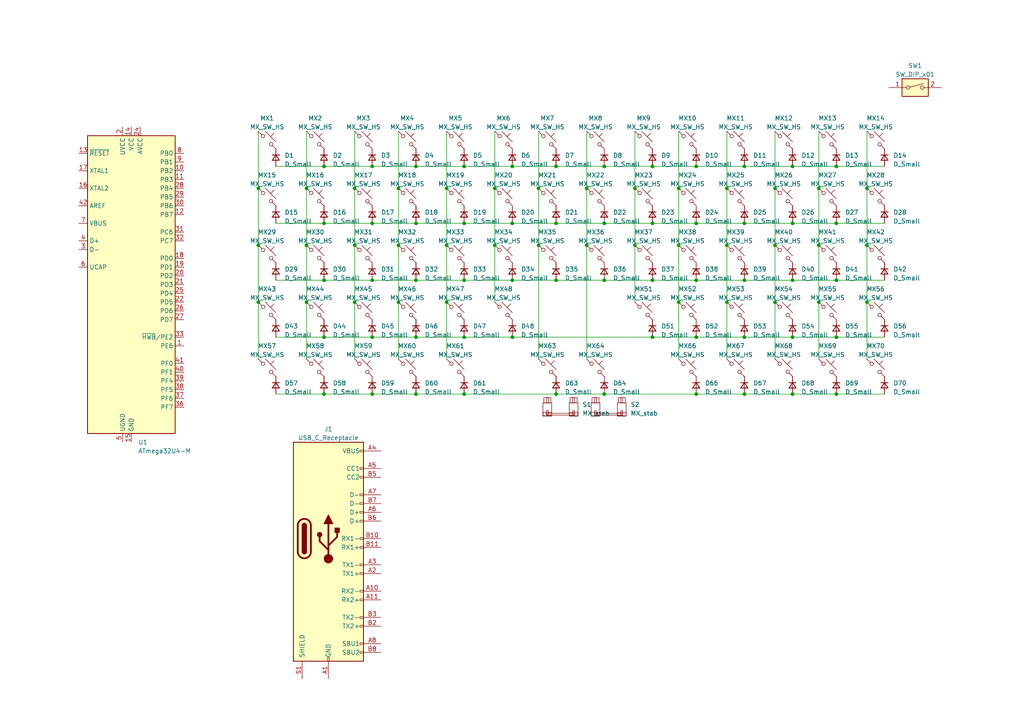
<source format=kicad_sch>
(kicad_sch (version 20230121) (generator eeschema)
  (paper "A4")
  (junction (at 120.65 64.77))
  (junction (at 129.54 54.61))
  (junction (at 201.93 97.79))
  (junction (at 148.59 97.79))
  (junction (at 224.79 54.61))
  (junction (at 237.49 54.61))
  (junction (at 224.79 87.63))
  (junction (at 201.93 64.77))
  (junction (at 120.65 97.79))
  (junction (at 148.59 64.77))
  (junction (at 120.65 81.28))
  (junction (at 107.95 48.26))
  (junction (at 129.54 71.12))
  (junction (at 134.62 114.3))
  (junction (at 134.62 64.77))
  (junction (at 189.23 48.26))
  (junction (at 134.62 81.28))
  (junction (at 148.59 48.26))
  (junction (at 107.95 64.77))
  (junction (at 120.65 114.3))
  (junction (at 107.95 114.3))
  (junction (at 120.65 48.26))
  (junction (at 237.49 87.63))
  (junction (at 107.95 97.79))
  (junction (at 215.9 81.28))
  (junction (at 115.57 87.63))
  (junction (at 189.23 97.79))
  (junction (at 229.87 97.79))
  (junction (at 88.9 71.12))
  (junction (at 229.87 81.28))
  (junction (at 88.9 87.63))
  (junction (at 196.85 87.63))
  (junction (at 210.82 87.63))
  (junction (at 134.62 48.26))
  (junction (at 242.57 64.77))
  (junction (at 102.87 71.12))
  (junction (at 115.57 54.61))
  (junction (at 170.18 71.12))
  (junction (at 215.9 97.79))
  (junction (at 242.57 97.79))
  (junction (at 184.15 71.12))
  (junction (at 196.85 54.61))
  (junction (at 189.23 81.28))
  (junction (at 74.93 54.61))
  (junction (at 224.79 71.12))
  (junction (at 201.93 81.28))
  (junction (at 201.93 114.3))
  (junction (at 93.98 48.26))
  (junction (at 156.21 71.12))
  (junction (at 93.98 64.77))
  (junction (at 215.9 64.77))
  (junction (at 129.54 87.63))
  (junction (at 148.59 81.28))
  (junction (at 175.26 64.77))
  (junction (at 229.87 64.77))
  (junction (at 143.51 71.12))
  (junction (at 161.29 48.26))
  (junction (at 93.98 81.28))
  (junction (at 215.9 48.26))
  (junction (at 175.26 81.28))
  (junction (at 237.49 71.12))
  (junction (at 93.98 97.79))
  (junction (at 215.9 114.3))
  (junction (at 74.93 87.63))
  (junction (at 251.46 87.63))
  (junction (at 229.87 114.3))
  (junction (at 196.85 71.12))
  (junction (at 161.29 64.77))
  (junction (at 170.18 54.61))
  (junction (at 201.93 48.26))
  (junction (at 134.62 97.79))
  (junction (at 229.87 48.26))
  (junction (at 251.46 54.61))
  (junction (at 210.82 54.61))
  (junction (at 242.57 48.26))
  (junction (at 161.29 81.28))
  (junction (at 115.57 71.12))
  (junction (at 184.15 54.61))
  (junction (at 107.95 81.28))
  (junction (at 74.93 71.12))
  (junction (at 93.98 114.3))
  (junction (at 88.9 54.61))
  (junction (at 175.26 48.26))
  (junction (at 102.87 54.61))
  (junction (at 210.82 71.12))
  (junction (at 102.87 87.63))
  (junction (at 251.46 71.12))
  (junction (at 175.26 114.3))
  (junction (at 161.29 114.3))
  (junction (at 143.51 54.61))
  (junction (at 189.23 64.77))
  (junction (at 156.21 54.61))
  (junction (at 242.57 114.3))
  (junction (at 242.57 81.28))
  (wire (pts (xy 224.79 71.12) (xy 224.79 87.63)))
  (wire (pts (xy 134.62 97.79) (xy 148.59 97.79)))
  (wire (pts (xy 107.95 64.77) (xy 120.65 64.77)))
  (wire (pts (xy 102.87 38.1) (xy 102.87 54.61)))
  (wire (pts (xy 210.82 87.63) (xy 210.82 104.14)))
  (wire (pts (xy 102.87 54.61) (xy 102.87 71.12)))
  (wire (pts (xy 93.98 114.3) (xy 107.95 114.3)))
  (wire (pts (xy 242.57 48.26) (xy 256.54 48.26)))
  (wire (pts (xy 210.82 71.12) (xy 210.82 87.63)))
  (wire (pts (xy 120.65 81.28) (xy 134.62 81.28)))
  (wire (pts (xy 80.01 48.26) (xy 93.98 48.26)))
  (wire (pts (xy 148.59 97.79) (xy 189.23 97.79)))
  (wire (pts (xy 115.57 38.1) (xy 115.57 54.61)))
  (wire (pts (xy 120.65 64.77) (xy 134.62 64.77)))
  (wire (pts (xy 134.62 48.26) (xy 148.59 48.26)))
  (wire (pts (xy 229.87 64.77) (xy 242.57 64.77)))
  (wire (pts (xy 251.46 54.61) (xy 251.46 71.12)))
  (wire (pts (xy 170.18 71.12) (xy 170.18 104.14)))
  (wire (pts (xy 189.23 97.79) (xy 201.93 97.79)))
  (wire (pts (xy 251.46 87.63) (xy 251.46 104.14)))
  (wire (pts (xy 242.57 81.28) (xy 256.54 81.28)))
  (wire (pts (xy 80.01 81.28) (xy 93.98 81.28)))
  (wire (pts (xy 102.87 71.12) (xy 102.87 87.63)))
  (wire (pts (xy 161.29 48.26) (xy 175.26 48.26)))
  (wire (pts (xy 196.85 38.1) (xy 196.85 54.61)))
  (wire (pts (xy 107.95 81.28) (xy 120.65 81.28)))
  (wire (pts (xy 251.46 38.1) (xy 251.46 54.61)))
  (wire (pts (xy 129.54 38.1) (xy 129.54 54.61)))
  (wire (pts (xy 215.9 114.3) (xy 229.87 114.3)))
  (wire (pts (xy 184.15 54.61) (xy 184.15 71.12)))
  (wire (pts (xy 74.93 38.1) (xy 74.93 54.61)))
  (wire (pts (xy 229.87 114.3) (xy 242.57 114.3)))
  (wire (pts (xy 143.51 54.61) (xy 143.51 71.12)))
  (wire (pts (xy 196.85 54.61) (xy 196.85 71.12)))
  (wire (pts (xy 237.49 54.61) (xy 237.49 71.12)))
  (wire (pts (xy 88.9 87.63) (xy 88.9 104.14)))
  (wire (pts (xy 210.82 54.61) (xy 210.82 71.12)))
  (wire (pts (xy 129.54 87.63) (xy 129.54 104.14)))
  (wire (pts (xy 80.01 64.77) (xy 93.98 64.77)))
  (wire (pts (xy 175.26 114.3) (xy 201.93 114.3)))
  (wire (pts (xy 201.93 114.3) (xy 215.9 114.3)))
  (wire (pts (xy 189.23 81.28) (xy 201.93 81.28)))
  (wire (pts (xy 74.93 71.12) (xy 74.93 87.63)))
  (wire (pts (xy 175.26 81.28) (xy 189.23 81.28)))
  (wire (pts (xy 134.62 81.28) (xy 148.59 81.28)))
  (wire (pts (xy 196.85 87.63) (xy 196.85 104.14)))
  (wire (pts (xy 143.51 38.1) (xy 143.51 54.61)))
  (wire (pts (xy 170.18 38.1) (xy 170.18 54.61)))
  (wire (pts (xy 115.57 54.61) (xy 115.57 71.12)))
  (wire (pts (xy 189.23 64.77) (xy 201.93 64.77)))
  (wire (pts (xy 88.9 38.1) (xy 88.9 54.61)))
  (wire (pts (xy 93.98 48.26) (xy 107.95 48.26)))
  (wire (pts (xy 229.87 81.28) (xy 242.57 81.28)))
  (wire (pts (xy 184.15 71.12) (xy 184.15 87.63)))
  (wire (pts (xy 201.93 48.26) (xy 215.9 48.26)))
  (wire (pts (xy 107.95 114.3) (xy 120.65 114.3)))
  (wire (pts (xy 129.54 71.12) (xy 129.54 87.63)))
  (wire (pts (xy 143.51 71.12) (xy 143.51 87.63)))
  (wire (pts (xy 134.62 64.77) (xy 148.59 64.77)))
  (wire (pts (xy 80.01 97.79) (xy 93.98 97.79)))
  (wire (pts (xy 237.49 87.63) (xy 237.49 104.14)))
  (wire (pts (xy 156.21 71.12) (xy 156.21 104.14)))
  (wire (pts (xy 156.21 38.1) (xy 156.21 54.61)))
  (wire (pts (xy 115.57 71.12) (xy 115.57 87.63)))
  (wire (pts (xy 215.9 81.28) (xy 229.87 81.28)))
  (wire (pts (xy 215.9 97.79) (xy 229.87 97.79)))
  (wire (pts (xy 148.59 64.77) (xy 161.29 64.77)))
  (wire (pts (xy 215.9 64.77) (xy 229.87 64.77)))
  (wire (pts (xy 120.65 97.79) (xy 134.62 97.79)))
  (wire (pts (xy 229.87 48.26) (xy 242.57 48.26)))
  (wire (pts (xy 107.95 97.79) (xy 120.65 97.79)))
  (wire (pts (xy 88.9 71.12) (xy 88.9 87.63)))
  (wire (pts (xy 210.82 38.1) (xy 210.82 54.61)))
  (wire (pts (xy 161.29 64.77) (xy 175.26 64.77)))
  (wire (pts (xy 201.93 81.28) (xy 215.9 81.28)))
  (wire (pts (xy 224.79 38.1) (xy 224.79 54.61)))
  (wire (pts (xy 120.65 114.3) (xy 134.62 114.3)))
  (wire (pts (xy 102.87 87.63) (xy 102.87 104.14)))
  (wire (pts (xy 161.29 114.3) (xy 175.26 114.3)))
  (wire (pts (xy 80.01 114.3) (xy 93.98 114.3)))
  (wire (pts (xy 242.57 64.77) (xy 256.54 64.77)))
  (wire (pts (xy 251.46 71.12) (xy 251.46 87.63)))
  (wire (pts (xy 93.98 64.77) (xy 107.95 64.77)))
  (wire (pts (xy 224.79 54.61) (xy 224.79 71.12)))
  (wire (pts (xy 74.93 54.61) (xy 74.93 71.12)))
  (wire (pts (xy 129.54 54.61) (xy 129.54 71.12)))
  (wire (pts (xy 201.93 97.79) (xy 215.9 97.79)))
  (wire (pts (xy 242.57 114.3) (xy 256.54 114.3)))
  (wire (pts (xy 134.62 114.3) (xy 161.29 114.3)))
  (wire (pts (xy 170.18 54.61) (xy 170.18 71.12)))
  (wire (pts (xy 115.57 87.63) (xy 115.57 104.14)))
  (wire (pts (xy 93.98 81.28) (xy 107.95 81.28)))
  (wire (pts (xy 148.59 48.26) (xy 161.29 48.26)))
  (wire (pts (xy 196.85 71.12) (xy 196.85 87.63)))
  (wire (pts (xy 161.29 81.28) (xy 175.26 81.28)))
  (wire (pts (xy 224.79 87.63) (xy 224.79 104.14)))
  (wire (pts (xy 107.95 48.26) (xy 120.65 48.26)))
  (wire (pts (xy 156.21 54.61) (xy 156.21 71.12)))
  (wire (pts (xy 189.23 48.26) (xy 201.93 48.26)))
  (wire (pts (xy 93.98 97.79) (xy 107.95 97.79)))
  (wire (pts (xy 184.15 38.1) (xy 184.15 54.61)))
  (wire (pts (xy 201.93 64.77) (xy 215.9 64.77)))
  (wire (pts (xy 175.26 64.77) (xy 189.23 64.77)))
  (wire (pts (xy 237.49 38.1) (xy 237.49 54.61)))
  (wire (pts (xy 120.65 48.26) (xy 134.62 48.26)))
  (wire (pts (xy 148.59 81.28) (xy 161.29 81.28)))
  (wire (pts (xy 175.26 48.26) (xy 189.23 48.26)))
  (wire (pts (xy 74.93 87.63) (xy 74.93 104.14)))
  (wire (pts (xy 242.57 97.79) (xy 256.54 97.79)))
  (wire (pts (xy 88.9 54.61) (xy 88.9 71.12)))
  (wire (pts (xy 215.9 48.26) (xy 229.87 48.26)))
  (wire (pts (xy 237.49 71.12) (xy 237.49 87.63)))
  (wire (pts (xy 229.87 97.79) (xy 242.57 97.79)))
  (symbol (lib_id "marbastlib-mx:MX_SW_HS") (at 132.08 57.15 0) (unit 1)
    (property "Reference" "MX19" (at 132.08 50.8 0))
    (property "Value" "MX_SW_HS" (at 132.08 53.34 0))
    (property "Footprint" "marbastlib-mx:SW_MX_HS_1u" (effects hide))
  )
  (symbol (lib_id "marbastlib-mx:MX_SW_HS") (at 158.75 57.15 0) (unit 1)
    (property "Reference" "MX21" (at 158.75 50.8 0))
    (property "Value" "MX_SW_HS" (at 158.75 53.34 0))
    (property "Footprint" "marbastlib-mx:SW_MX_HS_1.5u" (effects hide))
  )
  (symbol (lib_id "Device:D_Small") (at 107.95 78.74 270) (unit 1)
    (property "Reference" "D31" (at 110.49 78.105 90) (effects (justify left)))
    (property "Value" "D_Small" (at 110.49 80.645 90) (effects (justify left)))
    (property "Footprint" "Diode_SMD:D_SOD-123" (effects hide))
    (property "Sim.Device" "D" (effects hide))
    (property "Sim.Pins" "1=K 2=A" (effects hide))
  )
  (symbol (lib_id "marbastlib-mx:MX_SW_HS") (at 77.47 73.66 0) (unit 1)
    (property "Reference" "MX29" (at 77.47 67.31 0))
    (property "Value" "MX_SW_HS" (at 77.47 69.85 0))
    (property "Footprint" "marbastlib-mx:SW_MX_HS_1.5u" (effects hide))
  )
  (symbol (lib_id "marbastlib-mx:MX_SW_HS") (at 91.44 90.17 0) (unit 1)
    (property "Reference" "MX44" (at 91.44 83.82 0))
    (property "Value" "MX_SW_HS" (at 91.44 86.36 0))
    (property "Footprint" "marbastlib-mx:SW_MX_HS_1u" (effects hide))
  )
  (symbol (lib_id "marbastlib-mx:MX_SW_HS") (at 213.36 73.66 0) (unit 1)
    (property "Reference" "MX39" (at 213.36 67.31 0))
    (property "Value" "MX_SW_HS" (at 213.36 69.85 0))
    (property "Footprint" "marbastlib-mx:SW_MX_HS_1u" (effects hide))
  )
  (symbol (lib_id "Connector:USB_C_Receptacle") (at 95.25 156.21 0) (unit 1)
    (property "Reference" "J1" (at 95.25 124.46 0))
    (property "Value" "USB_C_Receptacle" (at 95.25 127 0))
    (property "Footprint" "marbastlib-various:USB_C_Receptacle_HRO_TYPE-C-31-M-14" (effects hide))
    (property "Datasheet" "https://www.usb.org/sites/default/files/documents/usb_type-c.zip" (effects hide))
  )
  (symbol (lib_id "Device:D_Small") (at 161.29 78.74 270) (unit 1)
    (property "Reference" "D35" (at 163.83 78.105 90) (effects (justify left)))
    (property "Value" "D_Small" (at 163.83 80.645 90) (effects (justify left)))
    (property "Footprint" "Diode_SMD:D_SOD-123" (effects hide))
    (property "Sim.Device" "D" (effects hide))
    (property "Sim.Pins" "1=K 2=A" (effects hide))
  )
  (symbol (lib_id "marbastlib-mx:MX_SW_HS") (at 186.69 73.66 0) (unit 1)
    (property "Reference" "MX37" (at 186.69 67.31 0))
    (property "Value" "MX_SW_HS" (at 186.69 69.85 0))
    (property "Footprint" "marbastlib-mx:SW_MX_HS_1u" (effects hide))
  )
  (symbol (lib_id "Device:D_Small") (at 189.23 62.23 270) (unit 1)
    (property "Reference" "D23" (at 191.77 61.595 90) (effects (justify left)))
    (property "Value" "D_Small" (at 191.77 64.135 90) (effects (justify left)))
    (property "Footprint" "Diode_SMD:D_SOD-123" (effects hide))
    (property "Sim.Device" "D" (effects hide))
    (property "Sim.Pins" "1=K 2=A" (effects hide))
  )
  (symbol (lib_id "Device:D_Small") (at 134.62 62.23 270) (unit 1)
    (property "Reference" "D19" (at 137.16 61.595 90) (effects (justify left)))
    (property "Value" "D_Small" (at 137.16 64.135 90) (effects (justify left)))
    (property "Footprint" "Diode_SMD:D_SOD-123" (effects hide))
    (property "Sim.Device" "D" (effects hide))
    (property "Sim.Pins" "1=K 2=A" (effects hide))
  )
  (symbol (lib_id "marbastlib-mx:MX_SW_HS") (at 105.41 57.15 0) (unit 1)
    (property "Reference" "MX17" (at 105.41 50.8 0))
    (property "Value" "MX_SW_HS" (at 105.41 53.34 0))
    (property "Footprint" "marbastlib-mx:SW_MX_HS_1u" (effects hide))
  )
  (symbol (lib_id "marbastlib-mx:MX_SW_HS") (at 199.39 106.68 0) (unit 1)
    (property "Reference" "MX66" (at 199.39 100.33 0))
    (property "Value" "MX_SW_HS" (at 199.39 102.87 0))
    (property "Footprint" "marbastlib-mx:SW_MX_HS_1u" (effects hide))
  )
  (symbol (lib_id "Device:D_Small") (at 80.01 78.74 270) (unit 1)
    (property "Reference" "D29" (at 82.55 78.105 90) (effects (justify left)))
    (property "Value" "D_Small" (at 82.55 80.645 90) (effects (justify left)))
    (property "Footprint" "Diode_SMD:D_SOD-123" (effects hide))
    (property "Sim.Device" "D" (effects hide))
    (property "Sim.Pins" "1=K 2=A" (effects hide))
  )
  (symbol (lib_id "Device:D_Small") (at 107.95 62.23 270) (unit 1)
    (property "Reference" "D17" (at 110.49 61.595 90) (effects (justify left)))
    (property "Value" "D_Small" (at 110.49 64.135 90) (effects (justify left)))
    (property "Footprint" "Diode_SMD:D_SOD-123" (effects hide))
    (property "Sim.Device" "D" (effects hide))
    (property "Sim.Pins" "1=K 2=A" (effects hide))
  )
  (symbol (lib_id "Device:D_Small") (at 256.54 111.76 270) (unit 1)
    (property "Reference" "D70" (at 259.08 111.125 90) (effects (justify left)))
    (property "Value" "D_Small" (at 259.08 113.665 90) (effects (justify left)))
    (property "Footprint" "Diode_SMD:D_SOD-123" (effects hide))
    (property "Sim.Device" "D" (effects hide))
    (property "Sim.Pins" "1=K 2=A" (effects hide))
  )
  (symbol (lib_id "marbastlib-mx:MX_SW_HS") (at 254 90.17 0) (unit 1)
    (property "Reference" "MX56" (at 254 83.82 0))
    (property "Value" "MX_SW_HS" (at 254 86.36 0))
    (property "Footprint" "marbastlib-mx:SW_MX_HS_1.5u" (effects hide))
  )
  (symbol (lib_id "Device:D_Small") (at 189.23 45.72 270) (unit 1)
    (property "Reference" "D9" (at 191.77 45.085 90) (effects (justify left)))
    (property "Value" "D_Small" (at 191.77 47.625 90) (effects (justify left)))
    (property "Footprint" "Diode_SMD:D_SOD-123" (effects hide))
    (property "Sim.Device" "D" (effects hide))
    (property "Sim.Pins" "1=K 2=A" (effects hide))
  )
  (symbol (lib_id "marbastlib-mx:MX_SW_HS") (at 199.39 73.66 0) (unit 1)
    (property "Reference" "MX38" (at 199.39 67.31 0))
    (property "Value" "MX_SW_HS" (at 199.39 69.85 0))
    (property "Footprint" "marbastlib-mx:SW_MX_HS_1u" (effects hide))
  )
  (symbol (lib_id "Device:D_Small") (at 242.57 95.25 270) (unit 1)
    (property "Reference" "D55" (at 245.11 94.615 90) (effects (justify left)))
    (property "Value" "D_Small" (at 245.11 97.155 90) (effects (justify left)))
    (property "Footprint" "Diode_SMD:D_SOD-123" (effects hide))
    (property "Sim.Device" "D" (effects hide))
    (property "Sim.Pins" "1=K 2=A" (effects hide))
  )
  (symbol (lib_id "Device:D_Small") (at 175.26 78.74 270) (unit 1)
    (property "Reference" "D36" (at 177.8 78.105 90) (effects (justify left)))
    (property "Value" "D_Small" (at 177.8 80.645 90) (effects (justify left)))
    (property "Footprint" "Diode_SMD:D_SOD-123" (effects hide))
    (property "Sim.Device" "D" (effects hide))
    (property "Sim.Pins" "1=K 2=A" (effects hide))
  )
  (symbol (lib_id "marbastlib-mx:MX_SW_HS") (at 158.75 40.64 0) (unit 1)
    (property "Reference" "MX7" (at 158.75 34.29 0))
    (property "Value" "MX_SW_HS" (at 158.75 36.83 0))
    (property "Footprint" "marbastlib-mx:SW_MX_HS_1u" (effects hide))
  )
  (symbol (lib_id "Device:D_Small") (at 120.65 62.23 270) (unit 1)
    (property "Reference" "D18" (at 123.19 61.595 90) (effects (justify left)))
    (property "Value" "D_Small" (at 123.19 64.135 90) (effects (justify left)))
    (property "Footprint" "Diode_SMD:D_SOD-123" (effects hide))
    (property "Sim.Device" "D" (effects hide))
    (property "Sim.Pins" "1=K 2=A" (effects hide))
  )
  (symbol (lib_id "marbastlib-mx:MX_SW_HS") (at 118.11 90.17 0) (unit 1)
    (property "Reference" "MX46" (at 118.11 83.82 0))
    (property "Value" "MX_SW_HS" (at 118.11 86.36 0))
    (property "Footprint" "marbastlib-mx:SW_MX_HS_1u" (effects hide))
  )
  (symbol (lib_id "marbastlib-mx:MX_SW_HS") (at 213.36 57.15 0) (unit 1)
    (property "Reference" "MX25" (at 213.36 50.8 0))
    (property "Value" "MX_SW_HS" (at 213.36 53.34 0))
    (property "Footprint" "marbastlib-mx:SW_MX_HS_1u" (effects hide))
  )
  (symbol (lib_id "Device:D_Small") (at 256.54 62.23 270) (unit 1)
    (property "Reference" "D28" (at 259.08 61.595 90) (effects (justify left)))
    (property "Value" "D_Small" (at 259.08 64.135 90) (effects (justify left)))
    (property "Footprint" "Diode_SMD:D_SOD-123" (effects hide))
    (property "Sim.Device" "D" (effects hide))
    (property "Sim.Pins" "1=K 2=A" (effects hide))
  )
  (symbol (lib_id "marbastlib-mx:MX_SW_HS") (at 77.47 106.68 0) (unit 1)
    (property "Reference" "MX57" (at 77.47 100.33 0))
    (property "Value" "MX_SW_HS" (at 77.47 102.87 0))
    (property "Footprint" "marbastlib-mx:SW_MX_HS_1.5u" (effects hide))
  )
  (symbol (lib_id "marbastlib-mx:MX_SW_HS") (at 199.39 90.17 0) (unit 1)
    (property "Reference" "MX52" (at 199.39 83.82 0))
    (property "Value" "MX_SW_HS" (at 199.39 86.36 0))
    (property "Footprint" "marbastlib-mx:SW_MX_HS_1u" (effects hide))
  )
  (symbol (lib_id "Device:D_Small") (at 80.01 111.76 270) (unit 1)
    (property "Reference" "D57" (at 82.55 111.125 90) (effects (justify left)))
    (property "Value" "D_Small" (at 82.55 113.665 90) (effects (justify left)))
    (property "Footprint" "Diode_SMD:D_SOD-123" (effects hide))
    (property "Sim.Device" "D" (effects hide))
    (property "Sim.Pins" "1=K 2=A" (effects hide))
  )
  (symbol (lib_id "Device:D_Small") (at 229.87 78.74 270) (unit 1)
    (property "Reference" "D40" (at 232.41 78.105 90) (effects (justify left)))
    (property "Value" "D_Small" (at 232.41 80.645 90) (effects (justify left)))
    (property "Footprint" "Diode_SMD:D_SOD-123" (effects hide))
    (property "Sim.Device" "D" (effects hide))
    (property "Sim.Pins" "1=K 2=A" (effects hide))
  )
  (symbol (lib_id "marbastlib-mx:MX_SW_HS") (at 91.44 57.15 0) (unit 1)
    (property "Reference" "MX16" (at 91.44 50.8 0))
    (property "Value" "MX_SW_HS" (at 91.44 53.34 0))
    (property "Footprint" "marbastlib-mx:SW_MX_HS_1u" (effects hide))
  )
  (symbol (lib_id "marbastlib-mx:MX_SW_HS") (at 132.08 73.66 0) (unit 1)
    (property "Reference" "MX33" (at 132.08 67.31 0))
    (property "Value" "MX_SW_HS" (at 132.08 69.85 0))
    (property "Footprint" "marbastlib-mx:SW_MX_HS_1u" (effects hide))
  )
  (symbol (lib_id "Device:D_Small") (at 134.62 111.76 270) (unit 1)
    (property "Reference" "D61" (at 137.16 111.125 90) (effects (justify left)))
    (property "Value" "D_Small" (at 137.16 113.665 90) (effects (justify left)))
    (property "Footprint" "Diode_SMD:D_SOD-123" (effects hide))
    (property "Sim.Device" "D" (effects hide))
    (property "Sim.Pins" "1=K 2=A" (effects hide))
  )
  (symbol (lib_id "Device:D_Small") (at 80.01 45.72 270) (unit 1)
    (property "Reference" "D1" (at 82.55 45.085 90) (effects (justify left)))
    (property "Value" "D_Small" (at 82.55 47.625 90) (effects (justify left)))
    (property "Footprint" "Diode_SMD:D_SOD-123" (effects hide))
    (property "Sim.Device" "D" (effects hide))
    (property "Sim.Pins" "1=K 2=A" (effects hide))
  )
  (symbol (lib_id "Device:D_Small") (at 229.87 95.25 270) (unit 1)
    (property "Reference" "D54" (at 232.41 94.615 90) (effects (justify left)))
    (property "Value" "D_Small" (at 232.41 97.155 90) (effects (justify left)))
    (property "Footprint" "Diode_SMD:D_SOD-123" (effects hide))
    (property "Sim.Device" "D" (effects hide))
    (property "Sim.Pins" "1=K 2=A" (effects hide))
  )
  (symbol (lib_id "marbastlib-mx:MX_SW_HS") (at 186.69 40.64 0) (unit 1)
    (property "Reference" "MX9" (at 186.69 34.29 0))
    (property "Value" "MX_SW_HS" (at 186.69 36.83 0))
    (property "Footprint" "marbastlib-mx:SW_MX_HS_1u" (effects hide))
  )
  (symbol (lib_id "marbastlib-mx:MX_SW_HS") (at 213.36 90.17 0) (unit 1)
    (property "Reference" "MX53" (at 213.36 83.82 0))
    (property "Value" "MX_SW_HS" (at 213.36 86.36 0))
    (property "Footprint" "marbastlib-mx:SW_MX_HS_1u" (effects hide))
  )
  (symbol (lib_id "Device:D_Small") (at 175.26 62.23 270) (unit 1)
    (property "Reference" "D22" (at 177.8 61.595 90) (effects (justify left)))
    (property "Value" "D_Small" (at 177.8 64.135 90) (effects (justify left)))
    (property "Footprint" "Diode_SMD:D_SOD-123" (effects hide))
    (property "Sim.Device" "D" (effects hide))
    (property "Sim.Pins" "1=K 2=A" (effects hide))
  )
  (symbol (lib_id "marbastlib-mx:MX_SW_HS") (at 240.03 73.66 0) (unit 1)
    (property "Reference" "MX41" (at 240.03 67.31 0))
    (property "Value" "MX_SW_HS" (at 240.03 69.85 0))
    (property "Footprint" "marbastlib-mx:SW_MX_HS_1u" (effects hide))
  )
  (symbol (lib_id "Device:D_Small") (at 256.54 78.74 270) (unit 1)
    (property "Reference" "D42" (at 259.08 78.105 90) (effects (justify left)))
    (property "Value" "D_Small" (at 259.08 80.645 90) (effects (justify left)))
    (property "Footprint" "Diode_SMD:D_SOD-123" (effects hide))
    (property "Sim.Device" "D" (effects hide))
    (property "Sim.Pins" "1=K 2=A" (effects hide))
  )
  (symbol (lib_id "marbastlib-mx:MX_SW_HS") (at 172.72 40.64 0) (unit 1)
    (property "Reference" "MX8" (at 172.72 34.29 0))
    (property "Value" "MX_SW_HS" (at 172.72 36.83 0))
    (property "Footprint" "marbastlib-mx:SW_MX_HS_1u" (effects hide))
  )
  (symbol (lib_id "marbastlib-mx:MX_SW_HS") (at 105.41 73.66 0) (unit 1)
    (property "Reference" "MX31" (at 105.41 67.31 0))
    (property "Value" "MX_SW_HS" (at 105.41 69.85 0))
    (property "Footprint" "marbastlib-mx:SW_MX_HS_1u" (effects hide))
  )
  (symbol (lib_id "MCU_Microchip_ATmega:ATmega32U4-M") (at 38.1 82.55 0) (unit 1)
    (property "Reference" "U1" (at 40.0559 128.27 0) (effects (justify left)))
    (property "Value" "ATmega32U4-M" (at 40.0559 130.81 0) (effects (justify left)))
    (property "Footprint" "Package_DFN_QFN:QFN-44-1EP_7x7mm_P0.5mm_EP5.2x5.2mm" (effects hide))
    (property "Datasheet" "http://ww1.microchip.com/downloads/en/DeviceDoc/Atmel-7766-8-bit-AVR-ATmega16U4-32U4_Datasheet.pdf" (effects hide))
  )
  (symbol (lib_id "marbastlib-mx:MX_SW_HS") (at 146.05 57.15 0) (unit 1)
    (property "Reference" "MX20" (at 146.05 50.8 0))
    (property "Value" "MX_SW_HS" (at 146.05 53.34 0))
    (property "Footprint" "marbastlib-mx:SW_MX_HS_1u" (effects hide))
  )
  (symbol (lib_id "Device:D_Small") (at 120.65 45.72 270) (unit 1)
    (property "Reference" "D4" (at 123.19 45.085 90) (effects (justify left)))
    (property "Value" "D_Small" (at 123.19 47.625 90) (effects (justify left)))
    (property "Footprint" "Diode_SMD:D_SOD-123" (effects hide))
    (property "Sim.Device" "D" (effects hide))
    (property "Sim.Pins" "1=K 2=A" (effects hide))
  )
  (symbol (lib_id "Device:D_Small") (at 242.57 78.74 270) (unit 1)
    (property "Reference" "D41" (at 245.11 78.105 90) (effects (justify left)))
    (property "Value" "D_Small" (at 245.11 80.645 90) (effects (justify left)))
    (property "Footprint" "Diode_SMD:D_SOD-123" (effects hide))
    (property "Sim.Device" "D" (effects hide))
    (property "Sim.Pins" "1=K 2=A" (effects hide))
  )
  (symbol (lib_id "marbastlib-mx:MX_SW_HS") (at 132.08 90.17 0) (unit 1)
    (property "Reference" "MX47" (at 132.08 83.82 0))
    (property "Value" "MX_SW_HS" (at 132.08 86.36 0))
    (property "Footprint" "marbastlib-mx:SW_MX_HS_1u" (effects hide))
  )
  (symbol (lib_id "marbastlib-mx:MX_SW_HS") (at 132.08 106.68 0) (unit 1)
    (property "Reference" "MX61" (at 132.08 100.33 0))
    (property "Value" "MX_SW_HS" (at 132.08 102.87 0))
    (property "Footprint" "marbastlib-mx:SW_MX_HS_1u" (effects hide))
  )
  (symbol (lib_id "marbastlib-mx:MX_SW_HS") (at 240.03 57.15 0) (unit 1)
    (property "Reference" "MX27" (at 240.03 50.8 0))
    (property "Value" "MX_SW_HS" (at 240.03 53.34 0))
    (property "Footprint" "marbastlib-mx:SW_MX_HS_1u" (effects hide))
  )
  (symbol (lib_id "marbastlib-mx:MX_SW_HS") (at 146.05 40.64 0) (unit 1)
    (property "Reference" "MX6" (at 146.05 34.29 0))
    (property "Value" "MX_SW_HS" (at 146.05 36.83 0))
    (property "Footprint" "marbastlib-mx:SW_MX_HS_1u" (effects hide))
  )
  (symbol (lib_id "marbastlib-mx:MX_SW_HS") (at 254 73.66 0) (unit 1)
    (property "Reference" "MX42" (at 254 67.31 0))
    (property "Value" "MX_SW_HS" (at 254 69.85 0))
    (property "Footprint" "marbastlib-mx:SW_MX_HS_1.5u" (effects hide))
  )
  (symbol (lib_id "Device:D_Small") (at 161.29 62.23 270) (unit 1)
    (property "Reference" "D21" (at 163.83 61.595 90) (effects (justify left)))
    (property "Value" "D_Small" (at 163.83 64.135 90) (effects (justify left)))
    (property "Footprint" "Diode_SMD:D_SOD-123" (effects hide))
    (property "Sim.Device" "D" (effects hide))
    (property "Sim.Pins" "1=K 2=A" (effects hide))
  )
  (symbol (lib_id "Device:D_Small") (at 80.01 62.23 270) (unit 1)
    (property "Reference" "D15" (at 82.55 61.595 90) (effects (justify left)))
    (property "Value" "D_Small" (at 82.55 64.135 90) (effects (justify left)))
    (property "Footprint" "Diode_SMD:D_SOD-123" (effects hide))
    (property "Sim.Device" "D" (effects hide))
    (property "Sim.Pins" "1=K 2=A" (effects hide))
  )
  (symbol (lib_id "Device:D_Small") (at 120.65 111.76 270) (unit 1)
    (property "Reference" "D60" (at 123.19 111.125 90) (effects (justify left)))
    (property "Value" "D_Small" (at 123.19 113.665 90) (effects (justify left)))
    (property "Footprint" "Diode_SMD:D_SOD-123" (effects hide))
    (property "Sim.Device" "D" (effects hide))
    (property "Sim.Pins" "1=K 2=A" (effects hide))
  )
  (symbol (lib_id "Device:D_Small") (at 148.59 78.74 270) (unit 1)
    (property "Reference" "D34" (at 151.13 78.105 90) (effects (justify left)))
    (property "Value" "D_Small" (at 151.13 80.645 90) (effects (justify left)))
    (property "Footprint" "Diode_SMD:D_SOD-123" (effects hide))
    (property "Sim.Device" "D" (effects hide))
    (property "Sim.Pins" "1=K 2=A" (effects hide))
  )
  (symbol (lib_id "marbastlib-mx:MX_stab") (at 176.53 118.11 0) (unit 1)
    (property "Reference" "S2" (at 182.88 117.348 0) (effects (justify left)))
    (property "Value" "MX_stab" (at 182.88 119.888 0) (effects (justify left)))
    (property "Footprint" "marbastlib-mx:STAB_MX_P_2u" (effects hide))
  )
  (symbol (lib_id "marbastlib-mx:MX_SW_HS") (at 91.44 106.68 0) (unit 1)
    (property "Reference" "MX58" (at 91.44 100.33 0))
    (property "Value" "MX_SW_HS" (at 91.44 102.87 0))
    (property "Footprint" "marbastlib-mx:SW_MX_HS_1u" (effects hide))
  )
  (symbol (lib_id "Device:D_Small") (at 134.62 78.74 270) (unit 1)
    (property "Reference" "D33" (at 137.16 78.105 90) (effects (justify left)))
    (property "Value" "D_Small" (at 137.16 80.645 90) (effects (justify left)))
    (property "Footprint" "Diode_SMD:D_SOD-123" (effects hide))
    (property "Sim.Device" "D" (effects hide))
    (property "Sim.Pins" "1=K 2=A" (effects hide))
  )
  (symbol (lib_id "Device:D_Small") (at 80.01 95.25 270) (unit 1)
    (property "Reference" "D43" (at 82.55 94.615 90) (effects (justify left)))
    (property "Value" "D_Small" (at 82.55 97.155 90) (effects (justify left)))
    (property "Footprint" "Diode_SMD:D_SOD-123" (effects hide))
    (property "Sim.Device" "D" (effects hide))
    (property "Sim.Pins" "1=K 2=A" (effects hide))
  )
  (symbol (lib_id "Switch:SW_DIP_x01") (at 265.43 25.4 0) (unit 1)
    (property "Reference" "SW1" (at 265.43 19.05 0))
    (property "Value" "SW_DIP_x01" (at 265.43 21.59 0))
    (property "Footprint" "marbastlib-various:SW_SKHLLCA010" (effects hide))
  )
  (symbol (lib_id "marbastlib-mx:MX_SW_HS") (at 77.47 90.17 0) (unit 1)
    (property "Reference" "MX43" (at 77.47 83.82 0))
    (property "Value" "MX_SW_HS" (at 77.47 86.36 0))
    (property "Footprint" "marbastlib-mx:SW_MX_HS_1.5u" (effects hide))
  )
  (symbol (lib_id "Device:D_Small") (at 189.23 95.25 270) (unit 1)
    (property "Reference" "D51" (at 191.77 94.615 90) (effects (justify left)))
    (property "Value" "D_Small" (at 191.77 97.155 90) (effects (justify left)))
    (property "Footprint" "Diode_SMD:D_SOD-123" (effects hide))
    (property "Sim.Device" "D" (effects hide))
    (property "Sim.Pins" "1=K 2=A" (effects hide))
  )
  (symbol (lib_id "marbastlib-mx:MX_SW_HS") (at 146.05 90.17 0) (unit 1)
    (property "Reference" "MX48" (at 146.05 83.82 0))
    (property "Value" "MX_SW_HS" (at 146.05 86.36 0))
    (property "Footprint" "marbastlib-mx:SW_MX_HS_1u" (effects hide))
  )
  (symbol (lib_id "Device:D_Small") (at 215.9 95.25 270) (unit 1)
    (property "Reference" "D53" (at 218.44 94.615 90) (effects (justify left)))
    (property "Value" "D_Small" (at 218.44 97.155 90) (effects (justify left)))
    (property "Footprint" "Diode_SMD:D_SOD-123" (effects hide))
    (property "Sim.Device" "D" (effects hide))
    (property "Sim.Pins" "1=K 2=A" (effects hide))
  )
  (symbol (lib_id "marbastlib-mx:MX_SW_HS") (at 240.03 90.17 0) (unit 1)
    (property "Reference" "MX55" (at 240.03 83.82 0))
    (property "Value" "MX_SW_HS" (at 240.03 86.36 0))
    (property "Footprint" "marbastlib-mx:SW_MX_HS_1u" (effects hide))
  )
  (symbol (lib_id "marbastlib-mx:MX_SW_HS") (at 186.69 90.17 0) (unit 1)
    (property "Reference" "MX51" (at 186.69 83.82 0))
    (property "Value" "MX_SW_HS" (at 186.69 86.36 0))
    (property "Footprint" "marbastlib-mx:SW_MX_HS_1u" (effects hide))
  )
  (symbol (lib_id "marbastlib-mx:MX_SW_HS") (at 118.11 40.64 0) (unit 1)
    (property "Reference" "MX4" (at 118.11 34.29 0))
    (property "Value" "MX_SW_HS" (at 118.11 36.83 0))
    (property "Footprint" "marbastlib-mx:SW_MX_HS_1u" (effects hide))
  )
  (symbol (lib_id "Device:D_Small") (at 175.26 111.76 270) (unit 1)
    (property "Reference" "D64" (at 177.8 111.125 90) (effects (justify left)))
    (property "Value" "D_Small" (at 177.8 113.665 90) (effects (justify left)))
    (property "Footprint" "Diode_SMD:D_SOD-123" (effects hide))
    (property "Sim.Device" "D" (effects hide))
    (property "Sim.Pins" "1=K 2=A" (effects hide))
  )
  (symbol (lib_id "Device:D_Small") (at 93.98 78.74 270) (unit 1)
    (property "Reference" "D30" (at 96.52 78.105 90) (effects (justify left)))
    (property "Value" "D_Small" (at 96.52 80.645 90) (effects (justify left)))
    (property "Footprint" "Diode_SMD:D_SOD-123" (effects hide))
    (property "Sim.Device" "D" (effects hide))
    (property "Sim.Pins" "1=K 2=A" (effects hide))
  )
  (symbol (lib_id "Device:D_Small") (at 93.98 45.72 270) (unit 1)
    (property "Reference" "D2" (at 96.52 45.085 90) (effects (justify left)))
    (property "Value" "D_Small" (at 96.52 47.625 90) (effects (justify left)))
    (property "Footprint" "Diode_SMD:D_SOD-123" (effects hide))
    (property "Sim.Device" "D" (effects hide))
    (property "Sim.Pins" "1=K 2=A" (effects hide))
  )
  (symbol (lib_id "marbastlib-mx:MX_SW_HS") (at 158.75 106.68 0) (unit 1)
    (property "Reference" "MX63" (at 158.75 100.33 0))
    (property "Value" "MX_SW_HS" (at 158.75 102.87 0))
    (property "Footprint" "marbastlib-mx:SW_MX_HS_1u" (effects hide))
  )
  (symbol (lib_id "marbastlib-mx:MX_SW_HS") (at 227.33 40.64 0) (unit 1)
    (property "Reference" "MX12" (at 227.33 34.29 0))
    (property "Value" "MX_SW_HS" (at 227.33 36.83 0))
    (property "Footprint" "marbastlib-mx:SW_MX_HS_1u" (effects hide))
  )
  (symbol (lib_id "Device:D_Small") (at 229.87 62.23 270) (unit 1)
    (property "Reference" "D26" (at 232.41 61.595 90) (effects (justify left)))
    (property "Value" "D_Small" (at 232.41 64.135 90) (effects (justify left)))
    (property "Footprint" "Diode_SMD:D_SOD-123" (effects hide))
    (property "Sim.Device" "D" (effects hide))
    (property "Sim.Pins" "1=K 2=A" (effects hide))
  )
  (symbol (lib_id "Device:D_Small") (at 215.9 111.76 270) (unit 1)
    (property "Reference" "D67" (at 218.44 111.125 90) (effects (justify left)))
    (property "Value" "D_Small" (at 218.44 113.665 90) (effects (justify left)))
    (property "Footprint" "Diode_SMD:D_SOD-123" (effects hide))
    (property "Sim.Device" "D" (effects hide))
    (property "Sim.Pins" "1=K 2=A" (effects hide))
  )
  (symbol (lib_id "Device:D_Small") (at 107.95 95.25 270) (unit 1)
    (property "Reference" "D45" (at 110.49 94.615 90) (effects (justify left)))
    (property "Value" "D_Small" (at 110.49 97.155 90) (effects (justify left)))
    (property "Footprint" "Diode_SMD:D_SOD-123" (effects hide))
    (property "Sim.Device" "D" (effects hide))
    (property "Sim.Pins" "1=K 2=A" (effects hide))
  )
  (symbol (lib_id "Device:D_Small") (at 189.23 78.74 270) (unit 1)
    (property "Reference" "D37" (at 191.77 78.105 90) (effects (justify left)))
    (property "Value" "D_Small" (at 191.77 80.645 90) (effects (justify left)))
    (property "Footprint" "Diode_SMD:D_SOD-123" (effects hide))
    (property "Sim.Device" "D" (effects hide))
    (property "Sim.Pins" "1=K 2=A" (effects hide))
  )
  (symbol (lib_id "Device:D_Small") (at 229.87 45.72 270) (unit 1)
    (property "Reference" "D12" (at 232.41 45.085 90) (effects (justify left)))
    (property "Value" "D_Small" (at 232.41 47.625 90) (effects (justify left)))
    (property "Footprint" "Diode_SMD:D_SOD-123" (effects hide))
    (property "Sim.Device" "D" (effects hide))
    (property "Sim.Pins" "1=K 2=A" (effects hide))
  )
  (symbol (lib_id "marbastlib-mx:MX_SW_HS") (at 213.36 106.68 0) (unit 1)
    (property "Reference" "MX67" (at 213.36 100.33 0))
    (property "Value" "MX_SW_HS" (at 213.36 102.87 0))
    (property "Footprint" "marbastlib-mx:SW_MX_HS_1u" (effects hide))
  )
  (symbol (lib_id "Device:D_Small") (at 242.57 45.72 270) (unit 1)
    (property "Reference" "D13" (at 245.11 45.085 90) (effects (justify left)))
    (property "Value" "D_Small" (at 245.11 47.625 90) (effects (justify left)))
    (property "Footprint" "Diode_SMD:D_SOD-123" (effects hide))
    (property "Sim.Device" "D" (effects hide))
    (property "Sim.Pins" "1=K 2=A" (effects hide))
  )
  (symbol (lib_id "Device:D_Small") (at 201.93 78.74 270) (unit 1)
    (property "Reference" "D38" (at 204.47 78.105 90) (effects (justify left)))
    (property "Value" "D_Small" (at 204.47 80.645 90) (effects (justify left)))
    (property "Footprint" "Diode_SMD:D_SOD-123" (effects hide))
    (property "Sim.Device" "D" (effects hide))
    (property "Sim.Pins" "1=K 2=A" (effects hide))
  )
  (symbol (lib_id "marbastlib-mx:MX_SW_HS") (at 105.41 90.17 0) (unit 1)
    (property "Reference" "MX45" (at 105.41 83.82 0))
    (property "Value" "MX_SW_HS" (at 105.41 86.36 0))
    (property "Footprint" "marbastlib-mx:SW_MX_HS_1u" (effects hide))
  )
  (symbol (lib_id "marbastlib-mx:MX_SW_HS") (at 227.33 90.17 0) (unit 1)
    (property "Reference" "MX54" (at 227.33 83.82 0))
    (property "Value" "MX_SW_HS" (at 227.33 86.36 0))
    (property "Footprint" "marbastlib-mx:SW_MX_HS_1u" (effects hide))
  )
  (symbol (lib_id "marbastlib-mx:MX_SW_HS") (at 158.75 73.66 0) (unit 1)
    (property "Reference" "MX35" (at 158.75 67.31 0))
    (property "Value" "MX_SW_HS" (at 158.75 69.85 0))
    (property "Footprint" "marbastlib-mx:SW_MX_HS_1.5u" (effects hide))
  )
  (symbol (lib_id "Device:D_Small") (at 201.93 62.23 270) (unit 1)
    (property "Reference" "D24" (at 204.47 61.595 90) (effects (justify left)))
    (property "Value" "D_Small" (at 204.47 64.135 90) (effects (justify left)))
    (property "Footprint" "Diode_SMD:D_SOD-123" (effects hide))
    (property "Sim.Device" "D" (effects hide))
    (property "Sim.Pins" "1=K 2=A" (effects hide))
  )
  (symbol (lib_id "marbastlib-mx:MX_SW_HS") (at 172.72 73.66 0) (unit 1)
    (property "Reference" "MX36" (at 172.72 67.31 0))
    (property "Value" "MX_SW_HS" (at 172.72 69.85 0))
    (property "Footprint" "marbastlib-mx:SW_MX_HS_1.5u" (effects hide))
  )
  (symbol (lib_id "Device:D_Small") (at 229.87 111.76 270) (unit 1)
    (property "Reference" "D68" (at 232.41 111.125 90) (effects (justify left)))
    (property "Value" "D_Small" (at 232.41 113.665 90) (effects (justify left)))
    (property "Footprint" "Diode_SMD:D_SOD-123" (effects hide))
    (property "Sim.Device" "D" (effects hide))
    (property "Sim.Pins" "1=K 2=A" (effects hide))
  )
  (symbol (lib_id "marbastlib-mx:MX_SW_HS") (at 254 106.68 0) (unit 1)
    (property "Reference" "MX70" (at 254 100.33 0))
    (property "Value" "MX_SW_HS" (at 254 102.87 0))
    (property "Footprint" "marbastlib-mx:SW_MX_HS_1.5u" (effects hide))
  )
  (symbol (lib_id "marbastlib-mx:MX_SW_HS") (at 227.33 106.68 0) (unit 1)
    (property "Reference" "MX68" (at 227.33 100.33 0))
    (property "Value" "MX_SW_HS" (at 227.33 102.87 0))
    (property "Footprint" "marbastlib-mx:SW_MX_HS_1u" (effects hide))
  )
  (symbol (lib_id "marbastlib-mx:MX_SW_HS") (at 254 40.64 0) (unit 1)
    (property "Reference" "MX14" (at 254 34.29 0))
    (property "Value" "MX_SW_HS" (at 254 36.83 0))
    (property "Footprint" "marbastlib-mx:SW_MX_HS_1.5u" (effects hide))
  )
  (symbol (lib_id "Device:D_Small") (at 215.9 45.72 270) (unit 1)
    (property "Reference" "D11" (at 218.44 45.085 90) (effects (justify left)))
    (property "Value" "D_Small" (at 218.44 47.625 90) (effects (justify left)))
    (property "Footprint" "Diode_SMD:D_SOD-123" (effects hide))
    (property "Sim.Device" "D" (effects hide))
    (property "Sim.Pins" "1=K 2=A" (effects hide))
  )
  (symbol (lib_id "marbastlib-mx:MX_SW_HS") (at 77.47 40.64 0) (unit 1)
    (property "Reference" "MX1" (at 77.47 34.29 0))
    (property "Value" "MX_SW_HS" (at 77.47 36.83 0))
    (property "Footprint" "marbastlib-mx:SW_MX_HS_1.5u" (effects hide))
  )
  (symbol (lib_id "Device:D_Small") (at 93.98 95.25 270) (unit 1)
    (property "Reference" "D44" (at 96.52 94.615 90) (effects (justify left)))
    (property "Value" "D_Small" (at 96.52 97.155 90) (effects (justify left)))
    (property "Footprint" "Diode_SMD:D_SOD-123" (effects hide))
    (property "Sim.Device" "D" (effects hide))
    (property "Sim.Pins" "1=K 2=A" (effects hide))
  )
  (symbol (lib_id "marbastlib-mx:MX_stab") (at 162.56 118.11 0) (unit 1)
    (property "Reference" "S1" (at 168.91 117.348 0) (effects (justify left)))
    (property "Value" "MX_stab" (at 168.91 119.888 0) (effects (justify left)))
    (property "Footprint" "marbastlib-mx:STAB_MX_P_2u" (effects hide))
  )
  (symbol (lib_id "Device:D_Small") (at 107.95 111.76 270) (unit 1)
    (property "Reference" "D59" (at 110.49 111.125 90) (effects (justify left)))
    (property "Value" "D_Small" (at 110.49 113.665 90) (effects (justify left)))
    (property "Footprint" "Diode_SMD:D_SOD-123" (effects hide))
    (property "Sim.Device" "D" (effects hide))
    (property "Sim.Pins" "1=K 2=A" (effects hide))
  )
  (symbol (lib_id "marbastlib-mx:MX_SW_HS") (at 199.39 40.64 0) (unit 1)
    (property "Reference" "MX10" (at 199.39 34.29 0))
    (property "Value" "MX_SW_HS" (at 199.39 36.83 0))
    (property "Footprint" "marbastlib-mx:SW_MX_HS_1u" (effects hide))
  )
  (symbol (lib_id "Device:D_Small") (at 201.93 111.76 270) (unit 1)
    (property "Reference" "D66" (at 204.47 111.125 90) (effects (justify left)))
    (property "Value" "D_Small" (at 204.47 113.665 90) (effects (justify left)))
    (property "Footprint" "Diode_SMD:D_SOD-123" (effects hide))
    (property "Sim.Device" "D" (effects hide))
    (property "Sim.Pins" "1=K 2=A" (effects hide))
  )
  (symbol (lib_id "marbastlib-mx:MX_SW_HS") (at 118.11 106.68 0) (unit 1)
    (property "Reference" "MX60" (at 118.11 100.33 0))
    (property "Value" "MX_SW_HS" (at 118.11 102.87 0))
    (property "Footprint" "marbastlib-mx:SW_MX_HS_1u" (effects hide))
  )
  (symbol (lib_id "Device:D_Small") (at 120.65 78.74 270) (unit 1)
    (property "Reference" "D32" (at 123.19 78.105 90) (effects (justify left)))
    (property "Value" "D_Small" (at 123.19 80.645 90) (effects (justify left)))
    (property "Footprint" "Diode_SMD:D_SOD-123" (effects hide))
    (property "Sim.Device" "D" (effects hide))
    (property "Sim.Pins" "1=K 2=A" (effects hide))
  )
  (symbol (lib_id "Device:D_Small") (at 148.59 45.72 270) (unit 1)
    (property "Reference" "D6" (at 151.13 45.085 90) (effects (justify left)))
    (property "Value" "D_Small" (at 151.13 47.625 90) (effects (justify left)))
    (property "Footprint" "Diode_SMD:D_SOD-123" (effects hide))
    (property "Sim.Device" "D" (effects hide))
    (property "Sim.Pins" "1=K 2=A" (effects hide))
  )
  (symbol (lib_id "marbastlib-mx:MX_SW_HS") (at 91.44 73.66 0) (unit 1)
    (property "Reference" "MX30" (at 91.44 67.31 0))
    (property "Value" "MX_SW_HS" (at 91.44 69.85 0))
    (property "Footprint" "marbastlib-mx:SW_MX_HS_1u" (effects hide))
  )
  (symbol (lib_id "Device:D_Small") (at 256.54 45.72 270) (unit 1)
    (property "Reference" "D14" (at 259.08 45.085 90) (effects (justify left)))
    (property "Value" "D_Small" (at 259.08 47.625 90) (effects (justify left)))
    (property "Footprint" "Diode_SMD:D_SOD-123" (effects hide))
    (property "Sim.Device" "D" (effects hide))
    (property "Sim.Pins" "1=K 2=A" (effects hide))
  )
  (symbol (lib_id "Device:D_Small") (at 93.98 111.76 270) (unit 1)
    (property "Reference" "D58" (at 96.52 111.125 90) (effects (justify left)))
    (property "Value" "D_Small" (at 96.52 113.665 90) (effects (justify left)))
    (property "Footprint" "Diode_SMD:D_SOD-123" (effects hide))
    (property "Sim.Device" "D" (effects hide))
    (property "Sim.Pins" "1=K 2=A" (effects hide))
  )
  (symbol (lib_id "Device:D_Small") (at 256.54 95.25 270) (unit 1)
    (property "Reference" "D56" (at 259.08 94.615 90) (effects (justify left)))
    (property "Value" "D_Small" (at 259.08 97.155 90) (effects (justify left)))
    (property "Footprint" "Diode_SMD:D_SOD-123" (effects hide))
    (property "Sim.Device" "D" (effects hide))
    (property "Sim.Pins" "1=K 2=A" (effects hide))
  )
  (symbol (lib_id "marbastlib-mx:MX_SW_HS") (at 227.33 73.66 0) (unit 1)
    (property "Reference" "MX40" (at 227.33 67.31 0))
    (property "Value" "MX_SW_HS" (at 227.33 69.85 0))
    (property "Footprint" "marbastlib-mx:SW_MX_HS_1u" (effects hide))
  )
  (symbol (lib_id "Device:D_Small") (at 161.29 111.76 270) (unit 1)
    (property "Reference" "D63" (at 163.83 111.125 90) (effects (justify left)))
    (property "Value" "D_Small" (at 163.83 113.665 90) (effects (justify left)))
    (property "Footprint" "Diode_SMD:D_SOD-123" (effects hide))
    (property "Sim.Device" "D" (effects hide))
    (property "Sim.Pins" "1=K 2=A" (effects hide))
  )
  (symbol (lib_id "Device:D_Small") (at 215.9 62.23 270) (unit 1)
    (property "Reference" "D25" (at 218.44 61.595 90) (effects (justify left)))
    (property "Value" "D_Small" (at 218.44 64.135 90) (effects (justify left)))
    (property "Footprint" "Diode_SMD:D_SOD-123" (effects hide))
    (property "Sim.Device" "D" (effects hide))
    (property "Sim.Pins" "1=K 2=A" (effects hide))
  )
  (symbol (lib_id "marbastlib-mx:MX_SW_HS") (at 132.08 40.64 0) (unit 1)
    (property "Reference" "MX5" (at 132.08 34.29 0))
    (property "Value" "MX_SW_HS" (at 132.08 36.83 0))
    (property "Footprint" "marbastlib-mx:SW_MX_HS_1u" (effects hide))
  )
  (symbol (lib_id "marbastlib-mx:MX_SW_HS") (at 227.33 57.15 0) (unit 1)
    (property "Reference" "MX26" (at 227.33 50.8 0))
    (property "Value" "MX_SW_HS" (at 227.33 53.34 0))
    (property "Footprint" "marbastlib-mx:SW_MX_HS_1u" (effects hide))
  )
  (symbol (lib_id "marbastlib-mx:MX_SW_HS") (at 172.72 57.15 0) (unit 1)
    (property "Reference" "MX22" (at 172.72 50.8 0))
    (property "Value" "MX_SW_HS" (at 172.72 53.34 0))
    (property "Footprint" "marbastlib-mx:SW_MX_HS_1.5u" (effects hide))
  )
  (symbol (lib_id "marbastlib-mx:MX_SW_HS") (at 172.72 106.68 0) (unit 1)
    (property "Reference" "MX64" (at 172.72 100.33 0))
    (property "Value" "MX_SW_HS" (at 172.72 102.87 0))
    (property "Footprint" "marbastlib-mx:SW_MX_HS_1u" (effects hide))
  )
  (symbol (lib_id "Device:D_Small") (at 120.65 95.25 270) (unit 1)
    (property "Reference" "D46" (at 123.19 94.615 90) (effects (justify left)))
    (property "Value" "D_Small" (at 123.19 97.155 90) (effects (justify left)))
    (property "Footprint" "Diode_SMD:D_SOD-123" (effects hide))
    (property "Sim.Device" "D" (effects hide))
    (property "Sim.Pins" "1=K 2=A" (effects hide))
  )
  (symbol (lib_id "marbastlib-mx:MX_SW_HS") (at 240.03 40.64 0) (unit 1)
    (property "Reference" "MX13" (at 240.03 34.29 0))
    (property "Value" "MX_SW_HS" (at 240.03 36.83 0))
    (property "Footprint" "marbastlib-mx:SW_MX_HS_1u" (effects hide))
  )
  (symbol (lib_id "Device:D_Small") (at 93.98 62.23 270) (unit 1)
    (property "Reference" "D16" (at 96.52 61.595 90) (effects (justify left)))
    (property "Value" "D_Small" (at 96.52 64.135 90) (effects (justify left)))
    (property "Footprint" "Diode_SMD:D_SOD-123" (effects hide))
    (property "Sim.Device" "D" (effects hide))
    (property "Sim.Pins" "1=K 2=A" (effects hide))
  )
  (symbol (lib_id "marbastlib-mx:MX_SW_HS") (at 186.69 57.15 0) (unit 1)
    (property "Reference" "MX23" (at 186.69 50.8 0))
    (property "Value" "MX_SW_HS" (at 186.69 53.34 0))
    (property "Footprint" "marbastlib-mx:SW_MX_HS_1u" (effects hide))
  )
  (symbol (lib_id "Device:D_Small") (at 215.9 78.74 270) (unit 1)
    (property "Reference" "D39" (at 218.44 78.105 90) (effects (justify left)))
    (property "Value" "D_Small" (at 218.44 80.645 90) (effects (justify left)))
    (property "Footprint" "Diode_SMD:D_SOD-123" (effects hide))
    (property "Sim.Device" "D" (effects hide))
    (property "Sim.Pins" "1=K 2=A" (effects hide))
  )
  (symbol (lib_id "marbastlib-mx:MX_SW_HS") (at 105.41 40.64 0) (unit 1)
    (property "Reference" "MX3" (at 105.41 34.29 0))
    (property "Value" "MX_SW_HS" (at 105.41 36.83 0))
    (property "Footprint" "marbastlib-mx:SW_MX_HS_1u" (effects hide))
  )
  (symbol (lib_id "Device:D_Small") (at 134.62 45.72 270) (unit 1)
    (property "Reference" "D5" (at 137.16 45.085 90) (effects (justify left)))
    (property "Value" "D_Small" (at 137.16 47.625 90) (effects (justify left)))
    (property "Footprint" "Diode_SMD:D_SOD-123" (effects hide))
    (property "Sim.Device" "D" (effects hide))
    (property "Sim.Pins" "1=K 2=A" (effects hide))
  )
  (symbol (lib_id "marbastlib-mx:MX_SW_HS") (at 213.36 40.64 0) (unit 1)
    (property "Reference" "MX11" (at 213.36 34.29 0))
    (property "Value" "MX_SW_HS" (at 213.36 36.83 0))
    (property "Footprint" "marbastlib-mx:SW_MX_HS_1u" (effects hide))
  )
  (symbol (lib_id "marbastlib-mx:MX_SW_HS") (at 91.44 40.64 0) (unit 1)
    (property "Reference" "MX2" (at 91.44 34.29 0))
    (property "Value" "MX_SW_HS" (at 91.44 36.83 0))
    (property "Footprint" "marbastlib-mx:SW_MX_HS_1u" (effects hide))
  )
  (symbol (lib_id "Device:D_Small") (at 107.95 45.72 270) (unit 1)
    (property "Reference" "D3" (at 110.49 45.085 90) (effects (justify left)))
    (property "Value" "D_Small" (at 110.49 47.625 90) (effects (justify left)))
    (property "Footprint" "Diode_SMD:D_SOD-123" (effects hide))
    (property "Sim.Device" "D" (effects hide))
    (property "Sim.Pins" "1=K 2=A" (effects hide))
  )
  (symbol (lib_id "Device:D_Small") (at 242.57 62.23 270) (unit 1)
    (property "Reference" "D27" (at 245.11 61.595 90) (effects (justify left)))
    (property "Value" "D_Small" (at 245.11 64.135 90) (effects (justify left)))
    (property "Footprint" "Diode_SMD:D_SOD-123" (effects hide))
    (property "Sim.Device" "D" (effects hide))
    (property "Sim.Pins" "1=K 2=A" (effects hide))
  )
  (symbol (lib_id "Device:D_Small") (at 161.29 45.72 270) (unit 1)
    (property "Reference" "D7" (at 163.83 45.085 90) (effects (justify left)))
    (property "Value" "D_Small" (at 163.83 47.625 90) (effects (justify left)))
    (property "Footprint" "Diode_SMD:D_SOD-123" (effects hide))
    (property "Sim.Device" "D" (effects hide))
    (property "Sim.Pins" "1=K 2=A" (effects hide))
  )
  (symbol (lib_id "Device:D_Small") (at 148.59 95.25 270) (unit 1)
    (property "Reference" "D48" (at 151.13 94.615 90) (effects (justify left)))
    (property "Value" "D_Small" (at 151.13 97.155 90) (effects (justify left)))
    (property "Footprint" "Diode_SMD:D_SOD-123" (effects hide))
    (property "Sim.Device" "D" (effects hide))
    (property "Sim.Pins" "1=K 2=A" (effects hide))
  )
  (symbol (lib_id "marbastlib-mx:MX_SW_HS") (at 254 57.15 0) (unit 1)
    (property "Reference" "MX28" (at 254 50.8 0))
    (property "Value" "MX_SW_HS" (at 254 53.34 0))
    (property "Footprint" "marbastlib-mx:SW_MX_HS_1.5u" (effects hide))
  )
  (symbol (lib_id "Device:D_Small") (at 201.93 45.72 270) (unit 1)
    (property "Reference" "D10" (at 204.47 45.085 90) (effects (justify left)))
    (property "Value" "D_Small" (at 204.47 47.625 90) (effects (justify left)))
    (property "Footprint" "Diode_SMD:D_SOD-123" (effects hide))
    (property "Sim.Device" "D" (effects hide))
    (property "Sim.Pins" "1=K 2=A" (effects hide))
  )
  (symbol (lib_id "Device:D_Small") (at 201.93 95.25 270) (unit 1)
    (property "Reference" "D52" (at 204.47 94.615 90) (effects (justify left)))
    (property "Value" "D_Small" (at 204.47 97.155 90) (effects (justify left)))
    (property "Footprint" "Diode_SMD:D_SOD-123" (effects hide))
    (property "Sim.Device" "D" (effects hide))
    (property "Sim.Pins" "1=K 2=A" (effects hide))
  )
  (symbol (lib_id "marbastlib-mx:MX_SW_HS") (at 199.39 57.15 0) (unit 1)
    (property "Reference" "MX24" (at 199.39 50.8 0))
    (property "Value" "MX_SW_HS" (at 199.39 53.34 0))
    (property "Footprint" "marbastlib-mx:SW_MX_HS_1u" (effects hide))
  )
  (symbol (lib_id "marbastlib-mx:MX_SW_HS") (at 105.41 106.68 0) (unit 1)
    (property "Reference" "MX59" (at 105.41 100.33 0))
    (property "Value" "MX_SW_HS" (at 105.41 102.87 0))
    (property "Footprint" "marbastlib-mx:SW_MX_HS_1u" (effects hide))
  )
  (symbol (lib_id "marbastlib-mx:MX_SW_HS") (at 240.03 106.68 0) (unit 1)
    (property "Reference" "MX69" (at 240.03 100.33 0))
    (property "Value" "MX_SW_HS" (at 240.03 102.87 0))
    (property "Footprint" "marbastlib-mx:SW_MX_HS_1u" (effects hide))
  )
  (symbol (lib_id "marbastlib-mx:MX_SW_HS") (at 118.11 73.66 0) (unit 1)
    (property "Reference" "MX32" (at 118.11 67.31 0))
    (property "Value" "MX_SW_HS" (at 118.11 69.85 0))
    (property "Footprint" "marbastlib-mx:SW_MX_HS_1u" (effects hide))
  )
  (symbol (lib_id "marbastlib-mx:MX_SW_HS") (at 118.11 57.15 0) (unit 1)
    (property "Reference" "MX18" (at 118.11 50.8 0))
    (property "Value" "MX_SW_HS" (at 118.11 53.34 0))
    (property "Footprint" "marbastlib-mx:SW_MX_HS_1u" (effects hide))
  )
  (symbol (lib_id "Device:D_Small") (at 148.59 62.23 270) (unit 1)
    (property "Reference" "D20" (at 151.13 61.595 90) (effects (justify left)))
    (property "Value" "D_Small" (at 151.13 64.135 90) (effects (justify left)))
    (property "Footprint" "Diode_SMD:D_SOD-123" (effects hide))
    (property "Sim.Device" "D" (effects hide))
    (property "Sim.Pins" "1=K 2=A" (effects hide))
  )
  (symbol (lib_id "marbastlib-mx:MX_SW_HS") (at 146.05 73.66 0) (unit 1)
    (property "Reference" "MX34" (at 146.05 67.31 0))
    (property "Value" "MX_SW_HS" (at 146.05 69.85 0))
    (property "Footprint" "marbastlib-mx:SW_MX_HS_1u" (effects hide))
  )
  (symbol (lib_id "Device:D_Small") (at 242.57 111.76 270) (unit 1)
    (property "Reference" "D69" (at 245.11 111.125 90) (effects (justify left)))
    (property "Value" "D_Small" (at 245.11 113.665 90) (effects (justify left)))
    (property "Footprint" "Diode_SMD:D_SOD-123" (effects hide))
    (property "Sim.Device" "D" (effects hide))
    (property "Sim.Pins" "1=K 2=A" (effects hide))
  )
  (symbol (lib_id "Device:D_Small") (at 175.26 45.72 270) (unit 1)
    (property "Reference" "D8" (at 177.8 45.085 90) (effects (justify left)))
    (property "Value" "D_Small" (at 177.8 47.625 90) (effects (justify left)))
    (property "Footprint" "Diode_SMD:D_SOD-123" (effects hide))
    (property "Sim.Device" "D" (effects hide))
    (property "Sim.Pins" "1=K 2=A" (effects hide))
  )
  (symbol (lib_id "Device:D_Small") (at 134.62 95.25 270) (unit 1)
    (property "Reference" "D47" (at 137.16 94.615 90) (effects (justify left)))
    (property "Value" "D_Small" (at 137.16 97.155 90) (effects (justify left)))
    (property "Footprint" "Diode_SMD:D_SOD-123" (effects hide))
    (property "Sim.Device" "D" (effects hide))
    (property "Sim.Pins" "1=K 2=A" (effects hide))
  )
  (symbol (lib_id "marbastlib-mx:MX_SW_HS") (at 77.47 57.15 0) (unit 1)
    (property "Reference" "MX15" (at 77.47 50.8 0))
    (property "Value" "MX_SW_HS" (at 77.47 53.34 0))
    (property "Footprint" "marbastlib-mx:SW_MX_HS_1.5u" (effects hide))
  )
)
</source>
